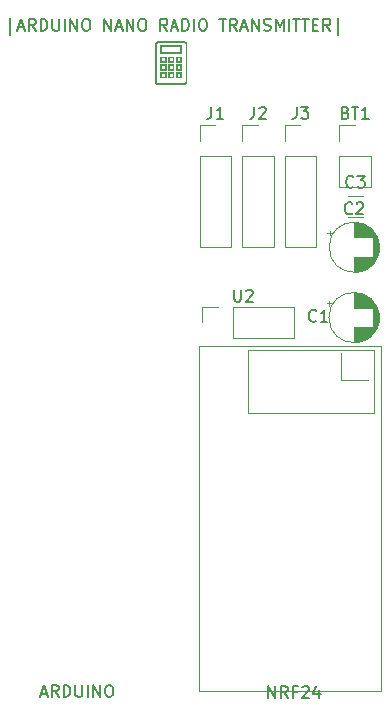
<source format=gbr>
%TF.GenerationSoftware,KiCad,Pcbnew,7.0.7*%
%TF.CreationDate,2023-10-16T17:56:00+02:00*%
%TF.ProjectId,arduino-nano-radio-transmitter,61726475-696e-46f2-9d6e-616e6f2d7261,0*%
%TF.SameCoordinates,Original*%
%TF.FileFunction,Legend,Top*%
%TF.FilePolarity,Positive*%
%FSLAX46Y46*%
G04 Gerber Fmt 4.6, Leading zero omitted, Abs format (unit mm)*
G04 Created by KiCad (PCBNEW 7.0.7) date 2023-10-16 17:56:00*
%MOMM*%
%LPD*%
G01*
G04 APERTURE LIST*
%ADD10C,0.150000*%
%ADD11C,0.120000*%
G04 APERTURE END LIST*
D10*
X100536779Y-92069819D02*
X100536779Y-91069819D01*
X100536779Y-91069819D02*
X101108207Y-92069819D01*
X101108207Y-92069819D02*
X101108207Y-91069819D01*
X102155826Y-92069819D02*
X101822493Y-91593628D01*
X101584398Y-92069819D02*
X101584398Y-91069819D01*
X101584398Y-91069819D02*
X101965350Y-91069819D01*
X101965350Y-91069819D02*
X102060588Y-91117438D01*
X102060588Y-91117438D02*
X102108207Y-91165057D01*
X102108207Y-91165057D02*
X102155826Y-91260295D01*
X102155826Y-91260295D02*
X102155826Y-91403152D01*
X102155826Y-91403152D02*
X102108207Y-91498390D01*
X102108207Y-91498390D02*
X102060588Y-91546009D01*
X102060588Y-91546009D02*
X101965350Y-91593628D01*
X101965350Y-91593628D02*
X101584398Y-91593628D01*
X102917731Y-91546009D02*
X102584398Y-91546009D01*
X102584398Y-92069819D02*
X102584398Y-91069819D01*
X102584398Y-91069819D02*
X103060588Y-91069819D01*
X103393922Y-91165057D02*
X103441541Y-91117438D01*
X103441541Y-91117438D02*
X103536779Y-91069819D01*
X103536779Y-91069819D02*
X103774874Y-91069819D01*
X103774874Y-91069819D02*
X103870112Y-91117438D01*
X103870112Y-91117438D02*
X103917731Y-91165057D01*
X103917731Y-91165057D02*
X103965350Y-91260295D01*
X103965350Y-91260295D02*
X103965350Y-91355533D01*
X103965350Y-91355533D02*
X103917731Y-91498390D01*
X103917731Y-91498390D02*
X103346303Y-92069819D01*
X103346303Y-92069819D02*
X103965350Y-92069819D01*
X104822493Y-91403152D02*
X104822493Y-92069819D01*
X104584398Y-91022200D02*
X104346303Y-91736485D01*
X104346303Y-91736485D02*
X104965350Y-91736485D01*
X78674874Y-35903152D02*
X78674874Y-34474580D01*
X79341541Y-35284104D02*
X79817731Y-35284104D01*
X79246303Y-35569819D02*
X79579636Y-34569819D01*
X79579636Y-34569819D02*
X79912969Y-35569819D01*
X80817731Y-35569819D02*
X80484398Y-35093628D01*
X80246303Y-35569819D02*
X80246303Y-34569819D01*
X80246303Y-34569819D02*
X80627255Y-34569819D01*
X80627255Y-34569819D02*
X80722493Y-34617438D01*
X80722493Y-34617438D02*
X80770112Y-34665057D01*
X80770112Y-34665057D02*
X80817731Y-34760295D01*
X80817731Y-34760295D02*
X80817731Y-34903152D01*
X80817731Y-34903152D02*
X80770112Y-34998390D01*
X80770112Y-34998390D02*
X80722493Y-35046009D01*
X80722493Y-35046009D02*
X80627255Y-35093628D01*
X80627255Y-35093628D02*
X80246303Y-35093628D01*
X81246303Y-35569819D02*
X81246303Y-34569819D01*
X81246303Y-34569819D02*
X81484398Y-34569819D01*
X81484398Y-34569819D02*
X81627255Y-34617438D01*
X81627255Y-34617438D02*
X81722493Y-34712676D01*
X81722493Y-34712676D02*
X81770112Y-34807914D01*
X81770112Y-34807914D02*
X81817731Y-34998390D01*
X81817731Y-34998390D02*
X81817731Y-35141247D01*
X81817731Y-35141247D02*
X81770112Y-35331723D01*
X81770112Y-35331723D02*
X81722493Y-35426961D01*
X81722493Y-35426961D02*
X81627255Y-35522200D01*
X81627255Y-35522200D02*
X81484398Y-35569819D01*
X81484398Y-35569819D02*
X81246303Y-35569819D01*
X82246303Y-34569819D02*
X82246303Y-35379342D01*
X82246303Y-35379342D02*
X82293922Y-35474580D01*
X82293922Y-35474580D02*
X82341541Y-35522200D01*
X82341541Y-35522200D02*
X82436779Y-35569819D01*
X82436779Y-35569819D02*
X82627255Y-35569819D01*
X82627255Y-35569819D02*
X82722493Y-35522200D01*
X82722493Y-35522200D02*
X82770112Y-35474580D01*
X82770112Y-35474580D02*
X82817731Y-35379342D01*
X82817731Y-35379342D02*
X82817731Y-34569819D01*
X83293922Y-35569819D02*
X83293922Y-34569819D01*
X83770112Y-35569819D02*
X83770112Y-34569819D01*
X83770112Y-34569819D02*
X84341540Y-35569819D01*
X84341540Y-35569819D02*
X84341540Y-34569819D01*
X85008207Y-34569819D02*
X85198683Y-34569819D01*
X85198683Y-34569819D02*
X85293921Y-34617438D01*
X85293921Y-34617438D02*
X85389159Y-34712676D01*
X85389159Y-34712676D02*
X85436778Y-34903152D01*
X85436778Y-34903152D02*
X85436778Y-35236485D01*
X85436778Y-35236485D02*
X85389159Y-35426961D01*
X85389159Y-35426961D02*
X85293921Y-35522200D01*
X85293921Y-35522200D02*
X85198683Y-35569819D01*
X85198683Y-35569819D02*
X85008207Y-35569819D01*
X85008207Y-35569819D02*
X84912969Y-35522200D01*
X84912969Y-35522200D02*
X84817731Y-35426961D01*
X84817731Y-35426961D02*
X84770112Y-35236485D01*
X84770112Y-35236485D02*
X84770112Y-34903152D01*
X84770112Y-34903152D02*
X84817731Y-34712676D01*
X84817731Y-34712676D02*
X84912969Y-34617438D01*
X84912969Y-34617438D02*
X85008207Y-34569819D01*
X86627255Y-35569819D02*
X86627255Y-34569819D01*
X86627255Y-34569819D02*
X87198683Y-35569819D01*
X87198683Y-35569819D02*
X87198683Y-34569819D01*
X87627255Y-35284104D02*
X88103445Y-35284104D01*
X87532017Y-35569819D02*
X87865350Y-34569819D01*
X87865350Y-34569819D02*
X88198683Y-35569819D01*
X88532017Y-35569819D02*
X88532017Y-34569819D01*
X88532017Y-34569819D02*
X89103445Y-35569819D01*
X89103445Y-35569819D02*
X89103445Y-34569819D01*
X89770112Y-34569819D02*
X89960588Y-34569819D01*
X89960588Y-34569819D02*
X90055826Y-34617438D01*
X90055826Y-34617438D02*
X90151064Y-34712676D01*
X90151064Y-34712676D02*
X90198683Y-34903152D01*
X90198683Y-34903152D02*
X90198683Y-35236485D01*
X90198683Y-35236485D02*
X90151064Y-35426961D01*
X90151064Y-35426961D02*
X90055826Y-35522200D01*
X90055826Y-35522200D02*
X89960588Y-35569819D01*
X89960588Y-35569819D02*
X89770112Y-35569819D01*
X89770112Y-35569819D02*
X89674874Y-35522200D01*
X89674874Y-35522200D02*
X89579636Y-35426961D01*
X89579636Y-35426961D02*
X89532017Y-35236485D01*
X89532017Y-35236485D02*
X89532017Y-34903152D01*
X89532017Y-34903152D02*
X89579636Y-34712676D01*
X89579636Y-34712676D02*
X89674874Y-34617438D01*
X89674874Y-34617438D02*
X89770112Y-34569819D01*
X91960588Y-35569819D02*
X91627255Y-35093628D01*
X91389160Y-35569819D02*
X91389160Y-34569819D01*
X91389160Y-34569819D02*
X91770112Y-34569819D01*
X91770112Y-34569819D02*
X91865350Y-34617438D01*
X91865350Y-34617438D02*
X91912969Y-34665057D01*
X91912969Y-34665057D02*
X91960588Y-34760295D01*
X91960588Y-34760295D02*
X91960588Y-34903152D01*
X91960588Y-34903152D02*
X91912969Y-34998390D01*
X91912969Y-34998390D02*
X91865350Y-35046009D01*
X91865350Y-35046009D02*
X91770112Y-35093628D01*
X91770112Y-35093628D02*
X91389160Y-35093628D01*
X92341541Y-35284104D02*
X92817731Y-35284104D01*
X92246303Y-35569819D02*
X92579636Y-34569819D01*
X92579636Y-34569819D02*
X92912969Y-35569819D01*
X93246303Y-35569819D02*
X93246303Y-34569819D01*
X93246303Y-34569819D02*
X93484398Y-34569819D01*
X93484398Y-34569819D02*
X93627255Y-34617438D01*
X93627255Y-34617438D02*
X93722493Y-34712676D01*
X93722493Y-34712676D02*
X93770112Y-34807914D01*
X93770112Y-34807914D02*
X93817731Y-34998390D01*
X93817731Y-34998390D02*
X93817731Y-35141247D01*
X93817731Y-35141247D02*
X93770112Y-35331723D01*
X93770112Y-35331723D02*
X93722493Y-35426961D01*
X93722493Y-35426961D02*
X93627255Y-35522200D01*
X93627255Y-35522200D02*
X93484398Y-35569819D01*
X93484398Y-35569819D02*
X93246303Y-35569819D01*
X94246303Y-35569819D02*
X94246303Y-34569819D01*
X94912969Y-34569819D02*
X95103445Y-34569819D01*
X95103445Y-34569819D02*
X95198683Y-34617438D01*
X95198683Y-34617438D02*
X95293921Y-34712676D01*
X95293921Y-34712676D02*
X95341540Y-34903152D01*
X95341540Y-34903152D02*
X95341540Y-35236485D01*
X95341540Y-35236485D02*
X95293921Y-35426961D01*
X95293921Y-35426961D02*
X95198683Y-35522200D01*
X95198683Y-35522200D02*
X95103445Y-35569819D01*
X95103445Y-35569819D02*
X94912969Y-35569819D01*
X94912969Y-35569819D02*
X94817731Y-35522200D01*
X94817731Y-35522200D02*
X94722493Y-35426961D01*
X94722493Y-35426961D02*
X94674874Y-35236485D01*
X94674874Y-35236485D02*
X94674874Y-34903152D01*
X94674874Y-34903152D02*
X94722493Y-34712676D01*
X94722493Y-34712676D02*
X94817731Y-34617438D01*
X94817731Y-34617438D02*
X94912969Y-34569819D01*
X96389160Y-34569819D02*
X96960588Y-34569819D01*
X96674874Y-35569819D02*
X96674874Y-34569819D01*
X97865350Y-35569819D02*
X97532017Y-35093628D01*
X97293922Y-35569819D02*
X97293922Y-34569819D01*
X97293922Y-34569819D02*
X97674874Y-34569819D01*
X97674874Y-34569819D02*
X97770112Y-34617438D01*
X97770112Y-34617438D02*
X97817731Y-34665057D01*
X97817731Y-34665057D02*
X97865350Y-34760295D01*
X97865350Y-34760295D02*
X97865350Y-34903152D01*
X97865350Y-34903152D02*
X97817731Y-34998390D01*
X97817731Y-34998390D02*
X97770112Y-35046009D01*
X97770112Y-35046009D02*
X97674874Y-35093628D01*
X97674874Y-35093628D02*
X97293922Y-35093628D01*
X98246303Y-35284104D02*
X98722493Y-35284104D01*
X98151065Y-35569819D02*
X98484398Y-34569819D01*
X98484398Y-34569819D02*
X98817731Y-35569819D01*
X99151065Y-35569819D02*
X99151065Y-34569819D01*
X99151065Y-34569819D02*
X99722493Y-35569819D01*
X99722493Y-35569819D02*
X99722493Y-34569819D01*
X100151065Y-35522200D02*
X100293922Y-35569819D01*
X100293922Y-35569819D02*
X100532017Y-35569819D01*
X100532017Y-35569819D02*
X100627255Y-35522200D01*
X100627255Y-35522200D02*
X100674874Y-35474580D01*
X100674874Y-35474580D02*
X100722493Y-35379342D01*
X100722493Y-35379342D02*
X100722493Y-35284104D01*
X100722493Y-35284104D02*
X100674874Y-35188866D01*
X100674874Y-35188866D02*
X100627255Y-35141247D01*
X100627255Y-35141247D02*
X100532017Y-35093628D01*
X100532017Y-35093628D02*
X100341541Y-35046009D01*
X100341541Y-35046009D02*
X100246303Y-34998390D01*
X100246303Y-34998390D02*
X100198684Y-34950771D01*
X100198684Y-34950771D02*
X100151065Y-34855533D01*
X100151065Y-34855533D02*
X100151065Y-34760295D01*
X100151065Y-34760295D02*
X100198684Y-34665057D01*
X100198684Y-34665057D02*
X100246303Y-34617438D01*
X100246303Y-34617438D02*
X100341541Y-34569819D01*
X100341541Y-34569819D02*
X100579636Y-34569819D01*
X100579636Y-34569819D02*
X100722493Y-34617438D01*
X101151065Y-35569819D02*
X101151065Y-34569819D01*
X101151065Y-34569819D02*
X101484398Y-35284104D01*
X101484398Y-35284104D02*
X101817731Y-34569819D01*
X101817731Y-34569819D02*
X101817731Y-35569819D01*
X102293922Y-35569819D02*
X102293922Y-34569819D01*
X102627255Y-34569819D02*
X103198683Y-34569819D01*
X102912969Y-35569819D02*
X102912969Y-34569819D01*
X103389160Y-34569819D02*
X103960588Y-34569819D01*
X103674874Y-35569819D02*
X103674874Y-34569819D01*
X104293922Y-35046009D02*
X104627255Y-35046009D01*
X104770112Y-35569819D02*
X104293922Y-35569819D01*
X104293922Y-35569819D02*
X104293922Y-34569819D01*
X104293922Y-34569819D02*
X104770112Y-34569819D01*
X105770112Y-35569819D02*
X105436779Y-35093628D01*
X105198684Y-35569819D02*
X105198684Y-34569819D01*
X105198684Y-34569819D02*
X105579636Y-34569819D01*
X105579636Y-34569819D02*
X105674874Y-34617438D01*
X105674874Y-34617438D02*
X105722493Y-34665057D01*
X105722493Y-34665057D02*
X105770112Y-34760295D01*
X105770112Y-34760295D02*
X105770112Y-34903152D01*
X105770112Y-34903152D02*
X105722493Y-34998390D01*
X105722493Y-34998390D02*
X105674874Y-35046009D01*
X105674874Y-35046009D02*
X105579636Y-35093628D01*
X105579636Y-35093628D02*
X105198684Y-35093628D01*
X106436779Y-35903152D02*
X106436779Y-34474580D01*
X81289160Y-91684104D02*
X81765350Y-91684104D01*
X81193922Y-91969819D02*
X81527255Y-90969819D01*
X81527255Y-90969819D02*
X81860588Y-91969819D01*
X82765350Y-91969819D02*
X82432017Y-91493628D01*
X82193922Y-91969819D02*
X82193922Y-90969819D01*
X82193922Y-90969819D02*
X82574874Y-90969819D01*
X82574874Y-90969819D02*
X82670112Y-91017438D01*
X82670112Y-91017438D02*
X82717731Y-91065057D01*
X82717731Y-91065057D02*
X82765350Y-91160295D01*
X82765350Y-91160295D02*
X82765350Y-91303152D01*
X82765350Y-91303152D02*
X82717731Y-91398390D01*
X82717731Y-91398390D02*
X82670112Y-91446009D01*
X82670112Y-91446009D02*
X82574874Y-91493628D01*
X82574874Y-91493628D02*
X82193922Y-91493628D01*
X83193922Y-91969819D02*
X83193922Y-90969819D01*
X83193922Y-90969819D02*
X83432017Y-90969819D01*
X83432017Y-90969819D02*
X83574874Y-91017438D01*
X83574874Y-91017438D02*
X83670112Y-91112676D01*
X83670112Y-91112676D02*
X83717731Y-91207914D01*
X83717731Y-91207914D02*
X83765350Y-91398390D01*
X83765350Y-91398390D02*
X83765350Y-91541247D01*
X83765350Y-91541247D02*
X83717731Y-91731723D01*
X83717731Y-91731723D02*
X83670112Y-91826961D01*
X83670112Y-91826961D02*
X83574874Y-91922200D01*
X83574874Y-91922200D02*
X83432017Y-91969819D01*
X83432017Y-91969819D02*
X83193922Y-91969819D01*
X84193922Y-90969819D02*
X84193922Y-91779342D01*
X84193922Y-91779342D02*
X84241541Y-91874580D01*
X84241541Y-91874580D02*
X84289160Y-91922200D01*
X84289160Y-91922200D02*
X84384398Y-91969819D01*
X84384398Y-91969819D02*
X84574874Y-91969819D01*
X84574874Y-91969819D02*
X84670112Y-91922200D01*
X84670112Y-91922200D02*
X84717731Y-91874580D01*
X84717731Y-91874580D02*
X84765350Y-91779342D01*
X84765350Y-91779342D02*
X84765350Y-90969819D01*
X85241541Y-91969819D02*
X85241541Y-90969819D01*
X85717731Y-91969819D02*
X85717731Y-90969819D01*
X85717731Y-90969819D02*
X86289159Y-91969819D01*
X86289159Y-91969819D02*
X86289159Y-90969819D01*
X86955826Y-90969819D02*
X87146302Y-90969819D01*
X87146302Y-90969819D02*
X87241540Y-91017438D01*
X87241540Y-91017438D02*
X87336778Y-91112676D01*
X87336778Y-91112676D02*
X87384397Y-91303152D01*
X87384397Y-91303152D02*
X87384397Y-91636485D01*
X87384397Y-91636485D02*
X87336778Y-91826961D01*
X87336778Y-91826961D02*
X87241540Y-91922200D01*
X87241540Y-91922200D02*
X87146302Y-91969819D01*
X87146302Y-91969819D02*
X86955826Y-91969819D01*
X86955826Y-91969819D02*
X86860588Y-91922200D01*
X86860588Y-91922200D02*
X86765350Y-91826961D01*
X86765350Y-91826961D02*
X86717731Y-91636485D01*
X86717731Y-91636485D02*
X86717731Y-91303152D01*
X86717731Y-91303152D02*
X86765350Y-91112676D01*
X86765350Y-91112676D02*
X86860588Y-91017438D01*
X86860588Y-91017438D02*
X86955826Y-90969819D01*
X107064285Y-42501009D02*
X107207142Y-42548628D01*
X107207142Y-42548628D02*
X107254761Y-42596247D01*
X107254761Y-42596247D02*
X107302380Y-42691485D01*
X107302380Y-42691485D02*
X107302380Y-42834342D01*
X107302380Y-42834342D02*
X107254761Y-42929580D01*
X107254761Y-42929580D02*
X107207142Y-42977200D01*
X107207142Y-42977200D02*
X107111904Y-43024819D01*
X107111904Y-43024819D02*
X106730952Y-43024819D01*
X106730952Y-43024819D02*
X106730952Y-42024819D01*
X106730952Y-42024819D02*
X107064285Y-42024819D01*
X107064285Y-42024819D02*
X107159523Y-42072438D01*
X107159523Y-42072438D02*
X107207142Y-42120057D01*
X107207142Y-42120057D02*
X107254761Y-42215295D01*
X107254761Y-42215295D02*
X107254761Y-42310533D01*
X107254761Y-42310533D02*
X107207142Y-42405771D01*
X107207142Y-42405771D02*
X107159523Y-42453390D01*
X107159523Y-42453390D02*
X107064285Y-42501009D01*
X107064285Y-42501009D02*
X106730952Y-42501009D01*
X107588095Y-42024819D02*
X108159523Y-42024819D01*
X107873809Y-43024819D02*
X107873809Y-42024819D01*
X109016666Y-43024819D02*
X108445238Y-43024819D01*
X108730952Y-43024819D02*
X108730952Y-42024819D01*
X108730952Y-42024819D02*
X108635714Y-42167676D01*
X108635714Y-42167676D02*
X108540476Y-42262914D01*
X108540476Y-42262914D02*
X108445238Y-42310533D01*
X95716666Y-42024819D02*
X95716666Y-42739104D01*
X95716666Y-42739104D02*
X95669047Y-42881961D01*
X95669047Y-42881961D02*
X95573809Y-42977200D01*
X95573809Y-42977200D02*
X95430952Y-43024819D01*
X95430952Y-43024819D02*
X95335714Y-43024819D01*
X96716666Y-43024819D02*
X96145238Y-43024819D01*
X96430952Y-43024819D02*
X96430952Y-42024819D01*
X96430952Y-42024819D02*
X96335714Y-42167676D01*
X96335714Y-42167676D02*
X96240476Y-42262914D01*
X96240476Y-42262914D02*
X96145238Y-42310533D01*
X107733333Y-48759580D02*
X107685714Y-48807200D01*
X107685714Y-48807200D02*
X107542857Y-48854819D01*
X107542857Y-48854819D02*
X107447619Y-48854819D01*
X107447619Y-48854819D02*
X107304762Y-48807200D01*
X107304762Y-48807200D02*
X107209524Y-48711961D01*
X107209524Y-48711961D02*
X107161905Y-48616723D01*
X107161905Y-48616723D02*
X107114286Y-48426247D01*
X107114286Y-48426247D02*
X107114286Y-48283390D01*
X107114286Y-48283390D02*
X107161905Y-48092914D01*
X107161905Y-48092914D02*
X107209524Y-47997676D01*
X107209524Y-47997676D02*
X107304762Y-47902438D01*
X107304762Y-47902438D02*
X107447619Y-47854819D01*
X107447619Y-47854819D02*
X107542857Y-47854819D01*
X107542857Y-47854819D02*
X107685714Y-47902438D01*
X107685714Y-47902438D02*
X107733333Y-47950057D01*
X108066667Y-47854819D02*
X108685714Y-47854819D01*
X108685714Y-47854819D02*
X108352381Y-48235771D01*
X108352381Y-48235771D02*
X108495238Y-48235771D01*
X108495238Y-48235771D02*
X108590476Y-48283390D01*
X108590476Y-48283390D02*
X108638095Y-48331009D01*
X108638095Y-48331009D02*
X108685714Y-48426247D01*
X108685714Y-48426247D02*
X108685714Y-48664342D01*
X108685714Y-48664342D02*
X108638095Y-48759580D01*
X108638095Y-48759580D02*
X108590476Y-48807200D01*
X108590476Y-48807200D02*
X108495238Y-48854819D01*
X108495238Y-48854819D02*
X108209524Y-48854819D01*
X108209524Y-48854819D02*
X108114286Y-48807200D01*
X108114286Y-48807200D02*
X108066667Y-48759580D01*
X104583333Y-60109580D02*
X104535714Y-60157200D01*
X104535714Y-60157200D02*
X104392857Y-60204819D01*
X104392857Y-60204819D02*
X104297619Y-60204819D01*
X104297619Y-60204819D02*
X104154762Y-60157200D01*
X104154762Y-60157200D02*
X104059524Y-60061961D01*
X104059524Y-60061961D02*
X104011905Y-59966723D01*
X104011905Y-59966723D02*
X103964286Y-59776247D01*
X103964286Y-59776247D02*
X103964286Y-59633390D01*
X103964286Y-59633390D02*
X104011905Y-59442914D01*
X104011905Y-59442914D02*
X104059524Y-59347676D01*
X104059524Y-59347676D02*
X104154762Y-59252438D01*
X104154762Y-59252438D02*
X104297619Y-59204819D01*
X104297619Y-59204819D02*
X104392857Y-59204819D01*
X104392857Y-59204819D02*
X104535714Y-59252438D01*
X104535714Y-59252438D02*
X104583333Y-59300057D01*
X105535714Y-60204819D02*
X104964286Y-60204819D01*
X105250000Y-60204819D02*
X105250000Y-59204819D01*
X105250000Y-59204819D02*
X105154762Y-59347676D01*
X105154762Y-59347676D02*
X105059524Y-59442914D01*
X105059524Y-59442914D02*
X104964286Y-59490533D01*
X99316666Y-42024819D02*
X99316666Y-42739104D01*
X99316666Y-42739104D02*
X99269047Y-42881961D01*
X99269047Y-42881961D02*
X99173809Y-42977200D01*
X99173809Y-42977200D02*
X99030952Y-43024819D01*
X99030952Y-43024819D02*
X98935714Y-43024819D01*
X99745238Y-42120057D02*
X99792857Y-42072438D01*
X99792857Y-42072438D02*
X99888095Y-42024819D01*
X99888095Y-42024819D02*
X100126190Y-42024819D01*
X100126190Y-42024819D02*
X100221428Y-42072438D01*
X100221428Y-42072438D02*
X100269047Y-42120057D01*
X100269047Y-42120057D02*
X100316666Y-42215295D01*
X100316666Y-42215295D02*
X100316666Y-42310533D01*
X100316666Y-42310533D02*
X100269047Y-42453390D01*
X100269047Y-42453390D02*
X99697619Y-43024819D01*
X99697619Y-43024819D02*
X100316666Y-43024819D01*
X102916666Y-42024819D02*
X102916666Y-42739104D01*
X102916666Y-42739104D02*
X102869047Y-42881961D01*
X102869047Y-42881961D02*
X102773809Y-42977200D01*
X102773809Y-42977200D02*
X102630952Y-43024819D01*
X102630952Y-43024819D02*
X102535714Y-43024819D01*
X103297619Y-42024819D02*
X103916666Y-42024819D01*
X103916666Y-42024819D02*
X103583333Y-42405771D01*
X103583333Y-42405771D02*
X103726190Y-42405771D01*
X103726190Y-42405771D02*
X103821428Y-42453390D01*
X103821428Y-42453390D02*
X103869047Y-42501009D01*
X103869047Y-42501009D02*
X103916666Y-42596247D01*
X103916666Y-42596247D02*
X103916666Y-42834342D01*
X103916666Y-42834342D02*
X103869047Y-42929580D01*
X103869047Y-42929580D02*
X103821428Y-42977200D01*
X103821428Y-42977200D02*
X103726190Y-43024819D01*
X103726190Y-43024819D02*
X103440476Y-43024819D01*
X103440476Y-43024819D02*
X103345238Y-42977200D01*
X103345238Y-42977200D02*
X103297619Y-42929580D01*
X107633333Y-51009580D02*
X107585714Y-51057200D01*
X107585714Y-51057200D02*
X107442857Y-51104819D01*
X107442857Y-51104819D02*
X107347619Y-51104819D01*
X107347619Y-51104819D02*
X107204762Y-51057200D01*
X107204762Y-51057200D02*
X107109524Y-50961961D01*
X107109524Y-50961961D02*
X107061905Y-50866723D01*
X107061905Y-50866723D02*
X107014286Y-50676247D01*
X107014286Y-50676247D02*
X107014286Y-50533390D01*
X107014286Y-50533390D02*
X107061905Y-50342914D01*
X107061905Y-50342914D02*
X107109524Y-50247676D01*
X107109524Y-50247676D02*
X107204762Y-50152438D01*
X107204762Y-50152438D02*
X107347619Y-50104819D01*
X107347619Y-50104819D02*
X107442857Y-50104819D01*
X107442857Y-50104819D02*
X107585714Y-50152438D01*
X107585714Y-50152438D02*
X107633333Y-50200057D01*
X108014286Y-50200057D02*
X108061905Y-50152438D01*
X108061905Y-50152438D02*
X108157143Y-50104819D01*
X108157143Y-50104819D02*
X108395238Y-50104819D01*
X108395238Y-50104819D02*
X108490476Y-50152438D01*
X108490476Y-50152438D02*
X108538095Y-50200057D01*
X108538095Y-50200057D02*
X108585714Y-50295295D01*
X108585714Y-50295295D02*
X108585714Y-50390533D01*
X108585714Y-50390533D02*
X108538095Y-50533390D01*
X108538095Y-50533390D02*
X107966667Y-51104819D01*
X107966667Y-51104819D02*
X108585714Y-51104819D01*
X97648095Y-57504819D02*
X97648095Y-58314342D01*
X97648095Y-58314342D02*
X97695714Y-58409580D01*
X97695714Y-58409580D02*
X97743333Y-58457200D01*
X97743333Y-58457200D02*
X97838571Y-58504819D01*
X97838571Y-58504819D02*
X98029047Y-58504819D01*
X98029047Y-58504819D02*
X98124285Y-58457200D01*
X98124285Y-58457200D02*
X98171904Y-58409580D01*
X98171904Y-58409580D02*
X98219523Y-58314342D01*
X98219523Y-58314342D02*
X98219523Y-57504819D01*
X98648095Y-57600057D02*
X98695714Y-57552438D01*
X98695714Y-57552438D02*
X98790952Y-57504819D01*
X98790952Y-57504819D02*
X99029047Y-57504819D01*
X99029047Y-57504819D02*
X99124285Y-57552438D01*
X99124285Y-57552438D02*
X99171904Y-57600057D01*
X99171904Y-57600057D02*
X99219523Y-57695295D01*
X99219523Y-57695295D02*
X99219523Y-57790533D01*
X99219523Y-57790533D02*
X99171904Y-57933390D01*
X99171904Y-57933390D02*
X98600476Y-58504819D01*
X98600476Y-58504819D02*
X99219523Y-58504819D01*
D11*
%TO.C,BT1*%
X106520000Y-43570000D02*
X107850000Y-43570000D01*
X106520000Y-44900000D02*
X106520000Y-43570000D01*
X106520000Y-46170000D02*
X106520000Y-48770000D01*
X106520000Y-46170000D02*
X109180000Y-46170000D01*
X106520000Y-48770000D02*
X109180000Y-48770000D01*
X109180000Y-46170000D02*
X109180000Y-48770000D01*
%TO.C,J1*%
X94720000Y-43570000D02*
X96050000Y-43570000D01*
X94720000Y-44900000D02*
X94720000Y-43570000D01*
X94720000Y-46170000D02*
X94720000Y-53850000D01*
X94720000Y-46170000D02*
X97380000Y-46170000D01*
X94720000Y-53850000D02*
X97380000Y-53850000D01*
X97380000Y-46170000D02*
X97380000Y-53850000D01*
%TO.C,C3*%
X107271000Y-49530000D02*
X108529000Y-49530000D01*
X107271000Y-51370000D02*
X108529000Y-51370000D01*
%TO.C,G\u002A\u002A\u002A*%
G36*
X91915495Y-39351737D02*
G01*
X91915495Y-39611844D01*
X91655388Y-39611844D01*
X91395281Y-39611844D01*
X91395281Y-39453518D01*
X91528510Y-39453518D01*
X91642839Y-39453518D01*
X91757169Y-39453518D01*
X91757169Y-39339189D01*
X91757169Y-39224859D01*
X91649733Y-39231753D01*
X91542298Y-39238647D01*
X91535404Y-39346082D01*
X91528510Y-39453518D01*
X91395281Y-39453518D01*
X91395281Y-39351737D01*
X91395281Y-39091630D01*
X91655388Y-39091630D01*
X91915495Y-39091630D01*
X91915495Y-39351737D01*
G37*
G36*
X92571416Y-38017276D02*
G01*
X92571416Y-38277382D01*
X92311309Y-38277382D01*
X92051203Y-38277382D01*
X92051203Y-38017276D01*
X92051203Y-37915495D01*
X92209528Y-37915495D01*
X92209528Y-38029824D01*
X92209528Y-38144153D01*
X92316964Y-38137259D01*
X92424399Y-38130365D01*
X92431293Y-38022930D01*
X92438187Y-37915495D01*
X92323858Y-37915495D01*
X92209528Y-37915495D01*
X92051203Y-37915495D01*
X92051203Y-37757169D01*
X92311309Y-37757169D01*
X92571416Y-37757169D01*
X92571416Y-38017276D01*
G37*
G36*
X92571416Y-38684506D02*
G01*
X92571416Y-38955922D01*
X92311309Y-38955922D01*
X92051203Y-38955922D01*
X92051203Y-38684506D01*
X92051203Y-38568938D01*
X92209528Y-38568938D01*
X92209528Y-38684506D01*
X92209528Y-38800075D01*
X92316964Y-38793181D01*
X92424399Y-38786287D01*
X92424399Y-38684506D01*
X92424399Y-38582725D01*
X92316964Y-38575831D01*
X92209528Y-38568938D01*
X92051203Y-38568938D01*
X92051203Y-38413090D01*
X92311309Y-38413090D01*
X92571416Y-38413090D01*
X92571416Y-38684506D01*
G37*
G36*
X92571416Y-39351737D02*
G01*
X92571416Y-39611844D01*
X92311309Y-39611844D01*
X92051203Y-39611844D01*
X92051203Y-39351737D01*
X92051203Y-39224859D01*
X92209528Y-39224859D01*
X92209528Y-39339189D01*
X92209528Y-39453518D01*
X92323858Y-39453518D01*
X92438187Y-39453518D01*
X92431293Y-39346082D01*
X92424399Y-39238647D01*
X92316964Y-39231753D01*
X92209528Y-39224859D01*
X92051203Y-39224859D01*
X92051203Y-39091630D01*
X92311309Y-39091630D01*
X92571416Y-39091630D01*
X92571416Y-39351737D01*
G37*
G36*
X93249956Y-39351737D02*
G01*
X93249956Y-39611844D01*
X92989849Y-39611844D01*
X92729742Y-39611844D01*
X92729742Y-39453518D01*
X92862972Y-39453518D01*
X92977301Y-39453518D01*
X93091630Y-39453518D01*
X93091630Y-39339189D01*
X93091630Y-39224859D01*
X92984195Y-39231753D01*
X92876759Y-39238647D01*
X92869865Y-39346082D01*
X92862972Y-39453518D01*
X92729742Y-39453518D01*
X92729742Y-39351737D01*
X92729742Y-39091630D01*
X92989849Y-39091630D01*
X93249956Y-39091630D01*
X93249956Y-39351737D01*
G37*
G36*
X91915495Y-38017276D02*
G01*
X91915495Y-38277382D01*
X91655388Y-38277382D01*
X91395281Y-38277382D01*
X91395281Y-38017276D01*
X91395281Y-37915495D01*
X91530989Y-37915495D01*
X91530989Y-38013506D01*
X91534197Y-38076975D01*
X91542250Y-38119577D01*
X91546067Y-38126596D01*
X91576191Y-38135867D01*
X91633854Y-38141182D01*
X91659157Y-38141674D01*
X91757169Y-38141674D01*
X91757169Y-38028585D01*
X91757169Y-37915495D01*
X91644079Y-37915495D01*
X91530989Y-37915495D01*
X91395281Y-37915495D01*
X91395281Y-37757169D01*
X91655388Y-37757169D01*
X91915495Y-37757169D01*
X91915495Y-38017276D01*
G37*
G36*
X91915495Y-38684506D02*
G01*
X91915495Y-38955922D01*
X91655388Y-38955922D01*
X91395281Y-38955922D01*
X91395281Y-38734849D01*
X91533367Y-38734849D01*
X91552215Y-38777219D01*
X91599667Y-38794891D01*
X91654678Y-38797596D01*
X91757169Y-38797596D01*
X91757169Y-38683267D01*
X91757169Y-38568938D01*
X91649733Y-38575831D01*
X91584688Y-38581997D01*
X91552046Y-38595663D01*
X91539006Y-38626044D01*
X91535050Y-38658387D01*
X91533367Y-38734849D01*
X91395281Y-38734849D01*
X91395281Y-38684506D01*
X91395281Y-38413090D01*
X91655388Y-38413090D01*
X91915495Y-38413090D01*
X91915495Y-38684506D01*
G37*
G36*
X93249956Y-38017276D02*
G01*
X93249956Y-38277382D01*
X92989849Y-38277382D01*
X92729742Y-38277382D01*
X92729742Y-38017276D01*
X92729742Y-37915495D01*
X92865450Y-37915495D01*
X92865450Y-38013506D01*
X92868658Y-38076975D01*
X92876712Y-38119577D01*
X92880529Y-38126596D01*
X92910652Y-38135867D01*
X92968316Y-38141182D01*
X92993619Y-38141674D01*
X93091630Y-38141674D01*
X93091630Y-38028585D01*
X93091630Y-37915495D01*
X92978540Y-37915495D01*
X92865450Y-37915495D01*
X92729742Y-37915495D01*
X92729742Y-37757169D01*
X92989849Y-37757169D01*
X93249956Y-37757169D01*
X93249956Y-38017276D01*
G37*
G36*
X93249956Y-38684506D02*
G01*
X93249956Y-38955922D01*
X92989849Y-38955922D01*
X92729742Y-38955922D01*
X92729742Y-38734849D01*
X92867828Y-38734849D01*
X92886676Y-38777219D01*
X92934128Y-38794891D01*
X92989139Y-38797596D01*
X93091630Y-38797596D01*
X93091630Y-38683267D01*
X93091630Y-38568938D01*
X92984195Y-38575831D01*
X92919149Y-38581997D01*
X92886507Y-38595663D01*
X92873468Y-38626044D01*
X92869511Y-38658387D01*
X92867828Y-38734849D01*
X92729742Y-38734849D01*
X92729742Y-38684506D01*
X92729742Y-38413090D01*
X92989849Y-38413090D01*
X93249956Y-38413090D01*
X93249956Y-38684506D01*
G37*
G36*
X93249956Y-37169101D02*
G01*
X93249956Y-37530989D01*
X92322618Y-37530989D01*
X91395281Y-37530989D01*
X91395281Y-37169101D01*
X91395281Y-36965539D01*
X91530989Y-36965539D01*
X91530989Y-37154022D01*
X91532687Y-37242358D01*
X91537207Y-37312510D01*
X91543687Y-37352842D01*
X91546067Y-37357584D01*
X91571484Y-37361157D01*
X91636793Y-37364428D01*
X91736650Y-37367293D01*
X91865712Y-37369649D01*
X92018636Y-37371393D01*
X92190077Y-37372423D01*
X92326388Y-37372663D01*
X93091630Y-37372663D01*
X93091630Y-37169101D01*
X93091630Y-36965539D01*
X92311309Y-36965539D01*
X91530989Y-36965539D01*
X91395281Y-36965539D01*
X91395281Y-36807213D01*
X92322618Y-36807213D01*
X93249956Y-36807213D01*
X93249956Y-37169101D01*
G37*
G36*
X92974338Y-36448217D02*
G01*
X93132435Y-36449355D01*
X93260207Y-36451894D01*
X93361379Y-36456117D01*
X93439679Y-36462308D01*
X93498835Y-36470749D01*
X93542574Y-36481724D01*
X93574622Y-36495515D01*
X93598708Y-36512405D01*
X93618558Y-36532678D01*
X93635228Y-36553218D01*
X93643542Y-36564908D01*
X93650749Y-36579441D01*
X93656930Y-36599934D01*
X93662162Y-36629498D01*
X93666526Y-36671248D01*
X93670098Y-36728299D01*
X93672960Y-36803764D01*
X93675188Y-36900756D01*
X93676863Y-37022390D01*
X93678063Y-37171780D01*
X93678866Y-37352040D01*
X93679352Y-37566283D01*
X93679600Y-37817623D01*
X93679689Y-38109175D01*
X93679698Y-38309327D01*
X93679751Y-38633338D01*
X93679759Y-38915166D01*
X93679497Y-39157864D01*
X93678738Y-39364485D01*
X93677255Y-39538081D01*
X93674822Y-39681705D01*
X93671214Y-39798409D01*
X93666203Y-39891247D01*
X93659563Y-39963271D01*
X93651069Y-40017534D01*
X93640494Y-40057089D01*
X93627611Y-40084987D01*
X93612195Y-40104283D01*
X93594018Y-40118029D01*
X93572856Y-40129276D01*
X93548480Y-40141079D01*
X93543740Y-40143496D01*
X93523394Y-40151191D01*
X93492202Y-40157638D01*
X93446478Y-40162934D01*
X93382533Y-40167177D01*
X93296683Y-40170463D01*
X93185241Y-40172890D01*
X93044520Y-40174556D01*
X92870834Y-40175557D01*
X92660497Y-40175992D01*
X92409822Y-40175957D01*
X92318087Y-40175860D01*
X92091954Y-40175225D01*
X91878631Y-40173941D01*
X91682571Y-40172083D01*
X91508224Y-40169724D01*
X91360038Y-40166940D01*
X91242466Y-40163804D01*
X91159957Y-40160391D01*
X91116961Y-40156775D01*
X91112556Y-40155715D01*
X91066420Y-40126511D01*
X91014949Y-40080584D01*
X91010775Y-40076171D01*
X90954230Y-40015339D01*
X90948155Y-38320931D01*
X90948098Y-38305156D01*
X91101247Y-38305156D01*
X91101315Y-38617793D01*
X91101565Y-38888309D01*
X91102068Y-39119817D01*
X91102892Y-39315433D01*
X91104107Y-39478271D01*
X91105784Y-39611445D01*
X91107991Y-39718070D01*
X91110800Y-39801261D01*
X91114278Y-39864131D01*
X91118497Y-39909796D01*
X91123525Y-39941369D01*
X91129432Y-39961965D01*
X91136289Y-39974699D01*
X91138680Y-39977605D01*
X91149172Y-39986930D01*
X91164850Y-39994741D01*
X91189505Y-40001172D01*
X91226928Y-40006357D01*
X91280912Y-40010428D01*
X91355247Y-40013520D01*
X91453726Y-40015765D01*
X91580139Y-40017297D01*
X91738278Y-40018249D01*
X91931935Y-40018755D01*
X92164901Y-40018947D01*
X92314815Y-40018967D01*
X92571017Y-40018921D01*
X92785815Y-40018682D01*
X92963038Y-40018103D01*
X93106517Y-40017037D01*
X93220082Y-40015335D01*
X93307566Y-40012851D01*
X93372798Y-40009435D01*
X93419609Y-40004942D01*
X93451829Y-39999222D01*
X93473291Y-39992128D01*
X93487823Y-39983513D01*
X93499191Y-39973294D01*
X93507890Y-39963783D01*
X93515393Y-39951782D01*
X93521775Y-39934128D01*
X93527111Y-39907657D01*
X93531476Y-39869205D01*
X93534945Y-39815610D01*
X93537591Y-39743706D01*
X93539491Y-39650331D01*
X93540718Y-39532320D01*
X93541347Y-39386510D01*
X93541453Y-39209738D01*
X93541111Y-38998839D01*
X93540396Y-38750649D01*
X93539382Y-38462006D01*
X93538772Y-38297734D01*
X93537579Y-37987032D01*
X93536424Y-37718430D01*
X93535212Y-37488792D01*
X93533851Y-37294983D01*
X93532244Y-37133866D01*
X93530298Y-37002306D01*
X93527918Y-36897168D01*
X93525011Y-36815314D01*
X93521481Y-36753611D01*
X93517235Y-36708921D01*
X93512179Y-36678109D01*
X93506216Y-36658039D01*
X93499255Y-36645575D01*
X93491199Y-36637583D01*
X93488776Y-36635749D01*
X93472197Y-36628284D01*
X93442233Y-36622029D01*
X93395300Y-36616883D01*
X93327814Y-36612749D01*
X93236190Y-36609527D01*
X93116842Y-36607119D01*
X92966187Y-36605427D01*
X92780639Y-36604351D01*
X92556615Y-36603793D01*
X92323328Y-36603651D01*
X92065383Y-36603793D01*
X91848908Y-36604292D01*
X91670141Y-36605263D01*
X91525316Y-36606818D01*
X91410670Y-36609071D01*
X91322438Y-36612134D01*
X91256856Y-36616121D01*
X91210160Y-36621145D01*
X91178585Y-36627319D01*
X91158368Y-36634756D01*
X91151516Y-36638861D01*
X91101247Y-36674070D01*
X91101247Y-38305156D01*
X90948098Y-38305156D01*
X90942079Y-36626524D01*
X91019913Y-36541579D01*
X91097746Y-36456634D01*
X92280815Y-36450383D01*
X92552255Y-36449014D01*
X92782187Y-36448198D01*
X92974338Y-36448217D01*
G37*
%TO.C,C1*%
X105507600Y-58655000D02*
X105907600Y-58655000D01*
X105707600Y-58455000D02*
X105707600Y-58855000D01*
X107777401Y-57770000D02*
X107777401Y-59010000D01*
X107777401Y-60690000D02*
X107777401Y-61930000D01*
X107817401Y-57770000D02*
X107817401Y-59010000D01*
X107817401Y-60690000D02*
X107817401Y-61930000D01*
X107857401Y-57771000D02*
X107857401Y-59010000D01*
X107857401Y-60690000D02*
X107857401Y-61929000D01*
X107897401Y-57773000D02*
X107897401Y-59010000D01*
X107897401Y-60690000D02*
X107897401Y-61927000D01*
X107937401Y-57776000D02*
X107937401Y-59010000D01*
X107937401Y-60690000D02*
X107937401Y-61924000D01*
X107977401Y-57779000D02*
X107977401Y-59010000D01*
X107977401Y-60690000D02*
X107977401Y-61921000D01*
X108017401Y-57783000D02*
X108017401Y-59010000D01*
X108017401Y-60690000D02*
X108017401Y-61917000D01*
X108057401Y-57788000D02*
X108057401Y-59010000D01*
X108057401Y-60690000D02*
X108057401Y-61912000D01*
X108097401Y-57794000D02*
X108097401Y-59010000D01*
X108097401Y-60690000D02*
X108097401Y-61906000D01*
X108137401Y-57800000D02*
X108137401Y-59010000D01*
X108137401Y-60690000D02*
X108137401Y-61900000D01*
X108177401Y-57808000D02*
X108177401Y-59010000D01*
X108177401Y-60690000D02*
X108177401Y-61892000D01*
X108217401Y-57816000D02*
X108217401Y-59010000D01*
X108217401Y-60690000D02*
X108217401Y-61884000D01*
X108257401Y-57825000D02*
X108257401Y-59010000D01*
X108257401Y-60690000D02*
X108257401Y-61875000D01*
X108297401Y-57834000D02*
X108297401Y-59010000D01*
X108297401Y-60690000D02*
X108297401Y-61866000D01*
X108337401Y-57845000D02*
X108337401Y-59010000D01*
X108337401Y-60690000D02*
X108337401Y-61855000D01*
X108377401Y-57856000D02*
X108377401Y-59010000D01*
X108377401Y-60690000D02*
X108377401Y-61844000D01*
X108417401Y-57868000D02*
X108417401Y-59010000D01*
X108417401Y-60690000D02*
X108417401Y-61832000D01*
X108457401Y-57882000D02*
X108457401Y-59010000D01*
X108457401Y-60690000D02*
X108457401Y-61818000D01*
X108498401Y-57896000D02*
X108498401Y-59010000D01*
X108498401Y-60690000D02*
X108498401Y-61804000D01*
X108538401Y-57910000D02*
X108538401Y-59010000D01*
X108538401Y-60690000D02*
X108538401Y-61790000D01*
X108578401Y-57926000D02*
X108578401Y-59010000D01*
X108578401Y-60690000D02*
X108578401Y-61774000D01*
X108618401Y-57943000D02*
X108618401Y-59010000D01*
X108618401Y-60690000D02*
X108618401Y-61757000D01*
X108658401Y-57961000D02*
X108658401Y-59010000D01*
X108658401Y-60690000D02*
X108658401Y-61739000D01*
X108698401Y-57980000D02*
X108698401Y-59010000D01*
X108698401Y-60690000D02*
X108698401Y-61720000D01*
X108738401Y-57999000D02*
X108738401Y-59010000D01*
X108738401Y-60690000D02*
X108738401Y-61701000D01*
X108778401Y-58020000D02*
X108778401Y-59010000D01*
X108778401Y-60690000D02*
X108778401Y-61680000D01*
X108818401Y-58042000D02*
X108818401Y-59010000D01*
X108818401Y-60690000D02*
X108818401Y-61658000D01*
X108858401Y-58065000D02*
X108858401Y-59010000D01*
X108858401Y-60690000D02*
X108858401Y-61635000D01*
X108898401Y-58090000D02*
X108898401Y-59010000D01*
X108898401Y-60690000D02*
X108898401Y-61610000D01*
X108938401Y-58115000D02*
X108938401Y-59010000D01*
X108938401Y-60690000D02*
X108938401Y-61585000D01*
X108978401Y-58142000D02*
X108978401Y-59010000D01*
X108978401Y-60690000D02*
X108978401Y-61558000D01*
X109018401Y-58170000D02*
X109018401Y-59010000D01*
X109018401Y-60690000D02*
X109018401Y-61530000D01*
X109058401Y-58200000D02*
X109058401Y-59010000D01*
X109058401Y-60690000D02*
X109058401Y-61500000D01*
X109098401Y-58231000D02*
X109098401Y-59010000D01*
X109098401Y-60690000D02*
X109098401Y-61469000D01*
X109138401Y-58263000D02*
X109138401Y-59010000D01*
X109138401Y-60690000D02*
X109138401Y-61437000D01*
X109178401Y-58298000D02*
X109178401Y-59010000D01*
X109178401Y-60690000D02*
X109178401Y-61402000D01*
X109218401Y-58334000D02*
X109218401Y-59010000D01*
X109218401Y-60690000D02*
X109218401Y-61366000D01*
X109258401Y-58372000D02*
X109258401Y-59010000D01*
X109258401Y-60690000D02*
X109258401Y-61328000D01*
X109298401Y-58412000D02*
X109298401Y-59010000D01*
X109298401Y-60690000D02*
X109298401Y-61288000D01*
X109338401Y-58454000D02*
X109338401Y-59010000D01*
X109338401Y-60690000D02*
X109338401Y-61246000D01*
X109378401Y-58499000D02*
X109378401Y-61201000D01*
X109418401Y-58546000D02*
X109418401Y-61154000D01*
X109458401Y-58596000D02*
X109458401Y-61104000D01*
X109498401Y-58650000D02*
X109498401Y-61050000D01*
X109538401Y-58708000D02*
X109538401Y-60992000D01*
X109578401Y-58770000D02*
X109578401Y-60930000D01*
X109618401Y-58837000D02*
X109618401Y-60863000D01*
X109658401Y-58910000D02*
X109658401Y-60790000D01*
X109698401Y-58991000D02*
X109698401Y-60709000D01*
X109738401Y-59082000D02*
X109738401Y-60618000D01*
X109778401Y-59186000D02*
X109778401Y-60514000D01*
X109818401Y-59313000D02*
X109818401Y-60387000D01*
X109858401Y-59480000D02*
X109858401Y-60220000D01*
X109897401Y-59850000D02*
G75*
G03*
X109897401Y-59850000I-2120000J0D01*
G01*
%TO.C,J2*%
X98320000Y-43570000D02*
X99650000Y-43570000D01*
X98320000Y-44900000D02*
X98320000Y-43570000D01*
X98320000Y-46170000D02*
X98320000Y-53850000D01*
X98320000Y-46170000D02*
X100980000Y-46170000D01*
X98320000Y-53850000D02*
X100980000Y-53850000D01*
X100980000Y-46170000D02*
X100980000Y-53850000D01*
%TO.C,J3*%
X101920000Y-43570000D02*
X103250000Y-43570000D01*
X101920000Y-44900000D02*
X101920000Y-43570000D01*
X101920000Y-46170000D02*
X101920000Y-53850000D01*
X101920000Y-46170000D02*
X104580000Y-46170000D01*
X101920000Y-53850000D02*
X104580000Y-53850000D01*
X104580000Y-46170000D02*
X104580000Y-53850000D01*
%TO.C,C2*%
X105530199Y-52705000D02*
X105930199Y-52705000D01*
X105730199Y-52505000D02*
X105730199Y-52905000D01*
X107800000Y-51820000D02*
X107800000Y-53060000D01*
X107800000Y-54740000D02*
X107800000Y-55980000D01*
X107840000Y-51820000D02*
X107840000Y-53060000D01*
X107840000Y-54740000D02*
X107840000Y-55980000D01*
X107880000Y-51821000D02*
X107880000Y-53060000D01*
X107880000Y-54740000D02*
X107880000Y-55979000D01*
X107920000Y-51823000D02*
X107920000Y-53060000D01*
X107920000Y-54740000D02*
X107920000Y-55977000D01*
X107960000Y-51826000D02*
X107960000Y-53060000D01*
X107960000Y-54740000D02*
X107960000Y-55974000D01*
X108000000Y-51829000D02*
X108000000Y-53060000D01*
X108000000Y-54740000D02*
X108000000Y-55971000D01*
X108040000Y-51833000D02*
X108040000Y-53060000D01*
X108040000Y-54740000D02*
X108040000Y-55967000D01*
X108080000Y-51838000D02*
X108080000Y-53060000D01*
X108080000Y-54740000D02*
X108080000Y-55962000D01*
X108120000Y-51844000D02*
X108120000Y-53060000D01*
X108120000Y-54740000D02*
X108120000Y-55956000D01*
X108160000Y-51850000D02*
X108160000Y-53060000D01*
X108160000Y-54740000D02*
X108160000Y-55950000D01*
X108200000Y-51858000D02*
X108200000Y-53060000D01*
X108200000Y-54740000D02*
X108200000Y-55942000D01*
X108240000Y-51866000D02*
X108240000Y-53060000D01*
X108240000Y-54740000D02*
X108240000Y-55934000D01*
X108280000Y-51875000D02*
X108280000Y-53060000D01*
X108280000Y-54740000D02*
X108280000Y-55925000D01*
X108320000Y-51884000D02*
X108320000Y-53060000D01*
X108320000Y-54740000D02*
X108320000Y-55916000D01*
X108360000Y-51895000D02*
X108360000Y-53060000D01*
X108360000Y-54740000D02*
X108360000Y-55905000D01*
X108400000Y-51906000D02*
X108400000Y-53060000D01*
X108400000Y-54740000D02*
X108400000Y-55894000D01*
X108440000Y-51918000D02*
X108440000Y-53060000D01*
X108440000Y-54740000D02*
X108440000Y-55882000D01*
X108480000Y-51932000D02*
X108480000Y-53060000D01*
X108480000Y-54740000D02*
X108480000Y-55868000D01*
X108521000Y-51946000D02*
X108521000Y-53060000D01*
X108521000Y-54740000D02*
X108521000Y-55854000D01*
X108561000Y-51960000D02*
X108561000Y-53060000D01*
X108561000Y-54740000D02*
X108561000Y-55840000D01*
X108601000Y-51976000D02*
X108601000Y-53060000D01*
X108601000Y-54740000D02*
X108601000Y-55824000D01*
X108641000Y-51993000D02*
X108641000Y-53060000D01*
X108641000Y-54740000D02*
X108641000Y-55807000D01*
X108681000Y-52011000D02*
X108681000Y-53060000D01*
X108681000Y-54740000D02*
X108681000Y-55789000D01*
X108721000Y-52030000D02*
X108721000Y-53060000D01*
X108721000Y-54740000D02*
X108721000Y-55770000D01*
X108761000Y-52049000D02*
X108761000Y-53060000D01*
X108761000Y-54740000D02*
X108761000Y-55751000D01*
X108801000Y-52070000D02*
X108801000Y-53060000D01*
X108801000Y-54740000D02*
X108801000Y-55730000D01*
X108841000Y-52092000D02*
X108841000Y-53060000D01*
X108841000Y-54740000D02*
X108841000Y-55708000D01*
X108881000Y-52115000D02*
X108881000Y-53060000D01*
X108881000Y-54740000D02*
X108881000Y-55685000D01*
X108921000Y-52140000D02*
X108921000Y-53060000D01*
X108921000Y-54740000D02*
X108921000Y-55660000D01*
X108961000Y-52165000D02*
X108961000Y-53060000D01*
X108961000Y-54740000D02*
X108961000Y-55635000D01*
X109001000Y-52192000D02*
X109001000Y-53060000D01*
X109001000Y-54740000D02*
X109001000Y-55608000D01*
X109041000Y-52220000D02*
X109041000Y-53060000D01*
X109041000Y-54740000D02*
X109041000Y-55580000D01*
X109081000Y-52250000D02*
X109081000Y-53060000D01*
X109081000Y-54740000D02*
X109081000Y-55550000D01*
X109121000Y-52281000D02*
X109121000Y-53060000D01*
X109121000Y-54740000D02*
X109121000Y-55519000D01*
X109161000Y-52313000D02*
X109161000Y-53060000D01*
X109161000Y-54740000D02*
X109161000Y-55487000D01*
X109201000Y-52348000D02*
X109201000Y-53060000D01*
X109201000Y-54740000D02*
X109201000Y-55452000D01*
X109241000Y-52384000D02*
X109241000Y-53060000D01*
X109241000Y-54740000D02*
X109241000Y-55416000D01*
X109281000Y-52422000D02*
X109281000Y-53060000D01*
X109281000Y-54740000D02*
X109281000Y-55378000D01*
X109321000Y-52462000D02*
X109321000Y-53060000D01*
X109321000Y-54740000D02*
X109321000Y-55338000D01*
X109361000Y-52504000D02*
X109361000Y-53060000D01*
X109361000Y-54740000D02*
X109361000Y-55296000D01*
X109401000Y-52549000D02*
X109401000Y-55251000D01*
X109441000Y-52596000D02*
X109441000Y-55204000D01*
X109481000Y-52646000D02*
X109481000Y-55154000D01*
X109521000Y-52700000D02*
X109521000Y-55100000D01*
X109561000Y-52758000D02*
X109561000Y-55042000D01*
X109601000Y-52820000D02*
X109601000Y-54980000D01*
X109641000Y-52887000D02*
X109641000Y-54913000D01*
X109681000Y-52960000D02*
X109681000Y-54840000D01*
X109721000Y-53041000D02*
X109721000Y-54759000D01*
X109761000Y-53132000D02*
X109761000Y-54668000D01*
X109801000Y-53236000D02*
X109801000Y-54564000D01*
X109841000Y-53363000D02*
X109841000Y-54437000D01*
X109881000Y-53530000D02*
X109881000Y-54270000D01*
X109920000Y-53900000D02*
G75*
G03*
X109920000Y-53900000I-2120000J0D01*
G01*
%TO.C,U2*%
X97540000Y-61580000D02*
X102680000Y-61580000D01*
X97540000Y-61580000D02*
X97540000Y-58920000D01*
X102680000Y-61580000D02*
X102680000Y-58920000D01*
X94940000Y-60250000D02*
X94940000Y-58920000D01*
X94940000Y-58920000D02*
X96270000Y-58920000D01*
X97540000Y-58920000D02*
X102680000Y-58920000D01*
%TO.C,U3*%
X110090000Y-62300000D02*
X110090000Y-62300000D01*
X110090000Y-62300000D02*
X110090000Y-91500000D01*
X94640000Y-62300000D02*
X110090000Y-62300000D01*
X109514000Y-62630000D02*
X109514000Y-62630000D01*
X109514000Y-62630000D02*
X109514000Y-67964000D01*
X98846000Y-62630000D02*
X109514000Y-62630000D01*
X98846000Y-62630000D02*
X98846000Y-62630000D01*
X106720000Y-62884000D02*
X106720000Y-62884000D01*
X109006000Y-65170000D02*
X106720000Y-65170000D01*
X106720000Y-65170000D02*
X106720000Y-62884000D01*
X109514000Y-67964000D02*
X98846000Y-67964000D01*
X98846000Y-67964000D02*
X98846000Y-62630000D01*
X110090000Y-91500000D02*
X94640000Y-91500000D01*
X94640000Y-91500000D02*
X94640000Y-62300000D01*
%TD*%
M02*

</source>
